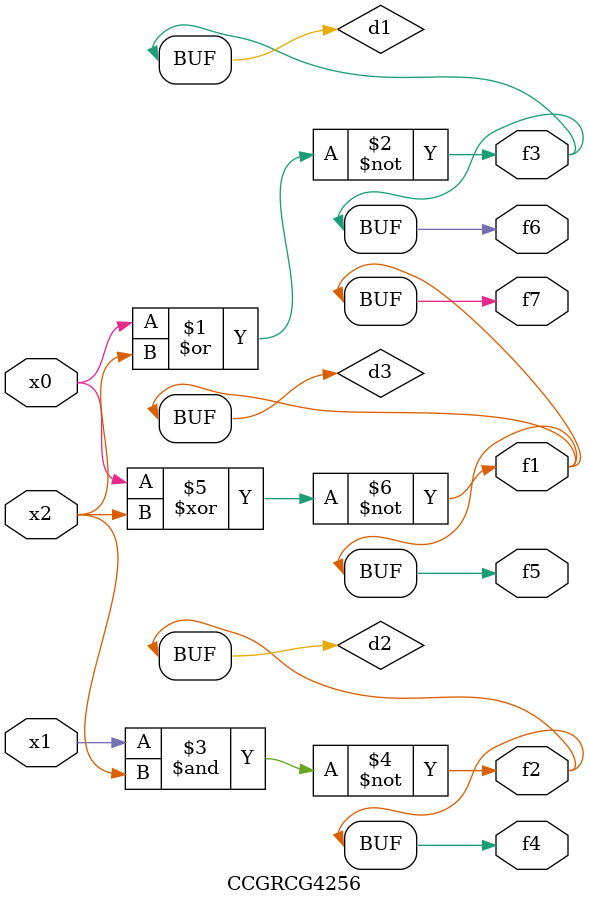
<source format=v>
module CCGRCG4256(
	input x0, x1, x2,
	output f1, f2, f3, f4, f5, f6, f7
);

	wire d1, d2, d3;

	nor (d1, x0, x2);
	nand (d2, x1, x2);
	xnor (d3, x0, x2);
	assign f1 = d3;
	assign f2 = d2;
	assign f3 = d1;
	assign f4 = d2;
	assign f5 = d3;
	assign f6 = d1;
	assign f7 = d3;
endmodule

</source>
